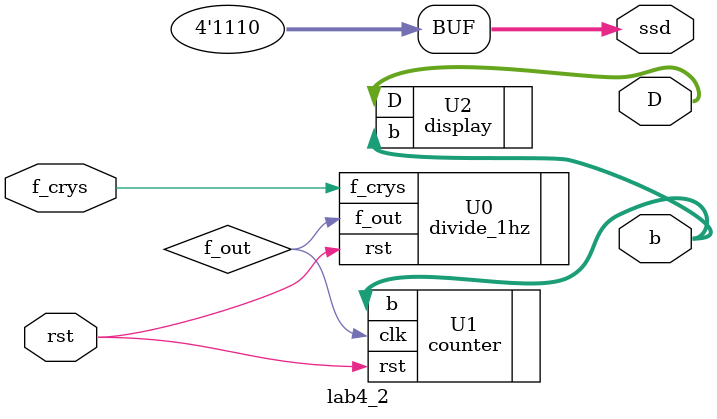
<source format=v>
`timescale 1ns / 1ps


module lab4_2(rst, b, D, ssd ,f_crys);
input rst;
input f_crys;
output [3:0]b;
output [7:0]D;
output [3:0]ssd;

wire [3:0]b;
wire f_out;

divide_1hz U0(.f_crys(f_crys),.rst(rst),.f_out(f_out));
counter U1(.clk(f_out),.rst(rst),.b(b));
display U2(.b(b),.D(D));

assign ssd = 4'b1110;

endmodule

</source>
